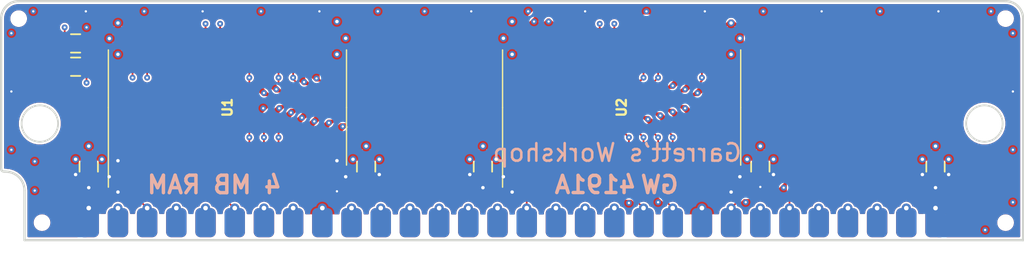
<source format=kicad_pcb>
(kicad_pcb (version 20171130) (host pcbnew "(5.1.10-1-10_14)")
  (layers (0 F.Cu signal) (1 In1.Cu power) (2 In2.Cu signal) (31 B.Cu power) (34 B.Paste user) (35 F.Paste user) (36 B.SilkS user) (37 F.SilkS user) (38 B.Mask user) (39 F.Mask user) (44 Edge.Cuts user))
  (net 0 "")
  (net 1 +5V)
  (net 2 /D0)
  (net 3 /D1)
  (net 4 /~WE~)
  (net 5 /~RAS~)
  (net 6 /~CAS~)
  (net 7 /D2)
  (net 8 /D3)
  (net 9 GND)
  (net 10 /D4)
  (net 11 /D5)
  (net 12 /D6)
  (net 13 /D7)
  (net 14 /QP)
  (net 15 /~CASP~)
  (net 16 /DP)
  (net 17 /1A0)
  (net 18 /1A1)
  (net 19 /1A2)
  (net 20 /1A3)
  (net 21 /1A4)
  (net 22 /1A5)
  (net 23 /1A6)
  (net 24 /1A7)
  (net 25 /1A8)
  (net 26 /1A10)
  (net 27 /1A9)
  (net 28 "Net-(U1-Pad27)")
  (net 29 "Net-(U1-Pad24)")
  (net 30 /1A11)
  (net 31 "Net-(U2-Pad27)")
  (net 32 "Net-(U2-Pad24)")
  (net 33 /~OE~)
  (net 34 "Net-(U1-Pad29)")
  (net 35 "Net-(U1-Pad28)")
  (net 36 "Net-(U1-Pad7)")
  (net 37 "Net-(U1-Pad6)")
  (net 38 "Net-(U1-Pad5)")
  (net 39 "Net-(U1-Pad4)")
  (net 40 "Net-(U2-Pad4)")
  (net 41 "Net-(U2-Pad5)")
  (net 42 "Net-(U2-Pad6)")
  (net 43 "Net-(U2-Pad7)")
  (net 44 "Net-(U2-Pad28)")
  (net 45 "Net-(U2-Pad29)")
  (module stdpads:SOP-32_400mil (layer F.Cu) (at 95.885 90.043 90)
    (fp_text reference U1)
    (fp_text value KM44C16104)
    (fp_text user %R (at 0 0 90) (layer F.SilkS) (effects (font (size 0.8128 0.8128) (thickness 0.2032))))
    (pad 1 smd roundrect (at -6.015 -9.525 90) (size 1.85 0.6) (layers F.Cu F.Paste F.Mask) (net 1 +5V))
    (pad 2 smd roundrect (at -6.015 -8.255 90) (size 1.85 0.6) (layers F.Cu F.Paste F.Mask) (net 2 /D0))
    (pad 3 smd roundrect (at -6.015 -6.985 90) (size 1.85 0.6) (layers F.Cu F.Paste F.Mask) (net 3 /D1))
    (pad 4 smd roundrect (at -6.015 -5.715 90) (size 1.85 0.6) (layers F.Cu F.Paste F.Mask) (net 39 "Net-(U1-Pad4)"))
    (pad 5 smd roundrect (at -6.015 -4.445 90) (size 1.85 0.6) (layers F.Cu F.Paste F.Mask) (net 38 "Net-(U1-Pad5)"))
    (pad 6 smd roundrect (at -6.015 -3.175 90) (size 1.85 0.6) (layers F.Cu F.Paste F.Mask) (net 37 "Net-(U1-Pad6)"))
    (pad 7 smd roundrect (at -6.015 -1.905 90) (size 1.85 0.6) (layers F.Cu F.Paste F.Mask) (net 36 "Net-(U1-Pad7)"))
    (pad 8 smd roundrect (at -6.015 -0.635 90) (size 1.85 0.6) (layers F.Cu F.Paste F.Mask) (net 4 /~WE~))
    (pad 9 smd roundrect (at -6.015 0.635 90) (size 1.85 0.6) (layers F.Cu F.Paste F.Mask) (net 5 /~RAS~))
    (pad 10 smd roundrect (at -6.015 1.905 90) (size 1.85 0.6) (layers F.Cu F.Paste F.Mask) (net 17 /1A0))
    (pad 11 smd roundrect (at -6.015 3.175 90) (size 1.85 0.6) (layers F.Cu F.Paste F.Mask) (net 18 /1A1))
    (pad 12 smd roundrect (at -6.015 4.445 90) (size 1.85 0.6) (layers F.Cu F.Paste F.Mask) (net 19 /1A2))
    (pad 13 smd roundrect (at -6.015 5.715 90) (size 1.85 0.6) (layers F.Cu F.Paste F.Mask) (net 20 /1A3))
    (pad 14 smd roundrect (at -6.015 6.985 90) (size 1.85 0.6) (layers F.Cu F.Paste F.Mask) (net 21 /1A4))
    (pad 15 smd roundrect (at -6.015 8.255 90) (size 1.85 0.6) (layers F.Cu F.Paste F.Mask) (net 22 /1A5))
    (pad 16 smd roundrect (at -6.015 9.525 90) (size 1.85 0.6) (layers F.Cu F.Paste F.Mask) (net 1 +5V))
    (pad 17 smd roundrect (at 6.015 9.525 90) (size 1.85 0.6) (layers F.Cu F.Paste F.Mask) (net 9 GND))
    (pad 18 smd roundrect (at 6.015 8.255 90) (size 1.85 0.6) (layers F.Cu F.Paste F.Mask) (net 23 /1A6))
    (pad 19 smd roundrect (at 6.015 6.985 90) (size 1.85 0.6) (layers F.Cu F.Paste F.Mask) (net 24 /1A7))
    (pad 20 smd roundrect (at 6.015 5.715 90) (size 1.85 0.6) (layers F.Cu F.Paste F.Mask) (net 25 /1A8))
    (pad 21 smd roundrect (at 6.015 4.445 90) (size 1.85 0.6) (layers F.Cu F.Paste F.Mask) (net 27 /1A9))
    (pad 22 smd roundrect (at 6.015 3.175 90) (size 1.85 0.6) (layers F.Cu F.Paste F.Mask) (net 26 /1A10))
    (pad 23 smd roundrect (at 6.015 1.905 90) (size 1.85 0.6) (layers F.Cu F.Paste F.Mask) (net 30 /1A11))
    (pad 24 smd roundrect (at 6.015 0.635 90) (size 1.85 0.6) (layers F.Cu F.Paste F.Mask) (net 29 "Net-(U1-Pad24)"))
    (pad 25 smd roundrect (at 6.015 -0.635 90) (size 1.85 0.6) (layers F.Cu F.Paste F.Mask) (net 33 /~OE~))
    (pad 26 smd roundrect (at 6.015 -1.905 90) (size 1.85 0.6) (layers F.Cu F.Paste F.Mask) (net 6 /~CAS~))
    (pad 27 smd roundrect (at 6.015 -3.175 90) (size 1.85 0.6) (layers F.Cu F.Paste F.Mask) (net 28 "Net-(U1-Pad27)"))
    (pad 28 smd roundrect (at 6.015 -4.445 90) (size 1.85 0.6) (layers F.Cu F.Paste F.Mask) (net 35 "Net-(U1-Pad28)"))
    (pad 29 smd roundrect (at 6.015 -5.715 90) (size 1.85 0.6) (layers F.Cu F.Paste F.Mask) (net 34 "Net-(U1-Pad29)"))
    (pad 30 smd roundrect (at 6.015 -6.985 90) (size 1.85 0.6) (layers F.Cu F.Paste F.Mask) (net 7 /D2))
    (pad 31 smd roundrect (at 6.015 -8.255 90) (size 1.85 0.6) (layers F.Cu F.Paste F.Mask) (net 8 /D3))
    (pad 32 smd roundrect (at 6.015 -9.525 90) (size 1.85 0.6) (layers F.Cu F.Paste F.Mask) (net 9 GND))
  )
  (module stdpads:SOP-32_400mil (layer F.Cu) (at 130.175 90.043 90)
    (fp_text reference U2)
    (fp_text value KM44C16104)
    (fp_text user %R (at 0 0 90) (layer F.SilkS) (effects (font (size 0.8128 0.8128) (thickness 0.2032))))
    (pad 1 smd roundrect (at -6.015 -9.525 90) (size 1.85 0.6) (layers F.Cu F.Paste F.Mask) (net 1 +5V))
    (pad 2 smd roundrect (at -6.015 -8.255 90) (size 1.85 0.6) (layers F.Cu F.Paste F.Mask) (net 10 /D4))
    (pad 3 smd roundrect (at -6.015 -6.985 90) (size 1.85 0.6) (layers F.Cu F.Paste F.Mask) (net 11 /D5))
    (pad 4 smd roundrect (at -6.015 -5.715 90) (size 1.85 0.6) (layers F.Cu F.Paste F.Mask) (net 40 "Net-(U2-Pad4)"))
    (pad 5 smd roundrect (at -6.015 -4.445 90) (size 1.85 0.6) (layers F.Cu F.Paste F.Mask) (net 41 "Net-(U2-Pad5)"))
    (pad 6 smd roundrect (at -6.015 -3.175 90) (size 1.85 0.6) (layers F.Cu F.Paste F.Mask) (net 42 "Net-(U2-Pad6)"))
    (pad 7 smd roundrect (at -6.015 -1.905 90) (size 1.85 0.6) (layers F.Cu F.Paste F.Mask) (net 43 "Net-(U2-Pad7)"))
    (pad 8 smd roundrect (at -6.015 -0.635 90) (size 1.85 0.6) (layers F.Cu F.Paste F.Mask) (net 4 /~WE~))
    (pad 9 smd roundrect (at -6.015 0.635 90) (size 1.85 0.6) (layers F.Cu F.Paste F.Mask) (net 5 /~RAS~))
    (pad 10 smd roundrect (at -6.015 1.905 90) (size 1.85 0.6) (layers F.Cu F.Paste F.Mask) (net 22 /1A5))
    (pad 11 smd roundrect (at -6.015 3.175 90) (size 1.85 0.6) (layers F.Cu F.Paste F.Mask) (net 21 /1A4))
    (pad 12 smd roundrect (at -6.015 4.445 90) (size 1.85 0.6) (layers F.Cu F.Paste F.Mask) (net 20 /1A3))
    (pad 13 smd roundrect (at -6.015 5.715 90) (size 1.85 0.6) (layers F.Cu F.Paste F.Mask) (net 19 /1A2))
    (pad 14 smd roundrect (at -6.015 6.985 90) (size 1.85 0.6) (layers F.Cu F.Paste F.Mask) (net 18 /1A1))
    (pad 15 smd roundrect (at -6.015 8.255 90) (size 1.85 0.6) (layers F.Cu F.Paste F.Mask) (net 17 /1A0))
    (pad 16 smd roundrect (at -6.015 9.525 90) (size 1.85 0.6) (layers F.Cu F.Paste F.Mask) (net 1 +5V))
    (pad 17 smd roundrect (at 6.015 9.525 90) (size 1.85 0.6) (layers F.Cu F.Paste F.Mask) (net 9 GND))
    (pad 18 smd roundrect (at 6.015 8.255 90) (size 1.85 0.6) (layers F.Cu F.Paste F.Mask) (net 30 /1A11))
    (pad 19 smd roundrect (at 6.015 6.985 90) (size 1.85 0.6) (layers F.Cu F.Paste F.Mask) (net 26 /1A10))
    (pad 20 smd roundrect (at 6.015 5.715 90) (size 1.85 0.6) (layers F.Cu F.Paste F.Mask) (net 27 /1A9))
    (pad 21 smd roundrect (at 6.015 4.445 90) (size 1.85 0.6) (layers F.Cu F.Paste F.Mask) (net 25 /1A8))
    (pad 22 smd roundrect (at 6.015 3.175 90) (size 1.85 0.6) (layers F.Cu F.Paste F.Mask) (net 24 /1A7))
    (pad 23 smd roundrect (at 6.015 1.905 90) (size 1.85 0.6) (layers F.Cu F.Paste F.Mask) (net 23 /1A6))
    (pad 24 smd roundrect (at 6.015 0.635 90) (size 1.85 0.6) (layers F.Cu F.Paste F.Mask) (net 32 "Net-(U2-Pad24)"))
    (pad 25 smd roundrect (at 6.015 -0.635 90) (size 1.85 0.6) (layers F.Cu F.Paste F.Mask) (net 33 /~OE~))
    (pad 26 smd roundrect (at 6.015 -1.905 90) (size 1.85 0.6) (layers F.Cu F.Paste F.Mask) (net 6 /~CAS~))
    (pad 27 smd roundrect (at 6.015 -3.175 90) (size 1.85 0.6) (layers F.Cu F.Paste F.Mask) (net 31 "Net-(U2-Pad27)"))
    (pad 28 smd roundrect (at 6.015 -4.445 90) (size 1.85 0.6) (layers F.Cu F.Paste F.Mask) (net 44 "Net-(U2-Pad28)"))
    (pad 29 smd roundrect (at 6.015 -5.715 90) (size 1.85 0.6) (layers F.Cu F.Paste F.Mask) (net 45 "Net-(U2-Pad29)"))
    (pad 30 smd roundrect (at 6.015 -6.985 90) (size 1.85 0.6) (layers F.Cu F.Paste F.Mask) (net 12 /D6))
    (pad 31 smd roundrect (at 6.015 -8.255 90) (size 1.85 0.6) (layers F.Cu F.Paste F.Mask) (net 13 /D7))
    (pad 32 smd roundrect (at 6.015 -9.525 90) (size 1.85 0.6) (layers F.Cu F.Paste F.Mask) (net 9 GND))
  )
  (module stdpads:PasteHole_1.152mm_NPTH (layer F.Cu) (at 163.576 100.076)
    (fp_text reference H3)
    (fp_text value MountingHole hide)
    (pad "" np_thru_hole circle (at 0 0) (size 1.152 1.152) (drill 1.152) (layers *.Cu *.Mask))
  )
  (module stdpads:PasteHole_1.152mm_NPTH (layer F.Cu) (at 79.756 100.076)
    (fp_text reference H4)
    (fp_text value MountingHole hide)
    (pad "" np_thru_hole circle (at 0 0) (size 1.152 1.152) (drill 1.152) (layers *.Cu *.Mask))
  )
  (module stdpads:PasteHole_1.152mm_NPTH (layer F.Cu) (at 163.576 82.296)
    (fp_text reference H2)
    (fp_text value MountingHole hide)
    (pad "" np_thru_hole circle (at 0 0) (size 1.152 1.152) (drill 1.152) (layers *.Cu *.Mask))
  )
  (module stdpads:SIMM-30_Edge (layer F.Cu) (at 120.65 99.822)
    (fp_text reference J1)
    (fp_text value DRAM-SIMM-30)
    (pad 1 smd roundrect (at -36.83 0.254) (size 1.778 2.54) (layers B.Cu B.Mask) (net 1 +5V))
    (pad 1 smd roundrect (at -36.83 0.254) (size 1.778 2.54) (layers F.Cu F.Mask) (net 1 +5V))
    (pad 2 smd roundrect (at -34.29 0.254) (size 1.778 2.54) (layers B.Cu B.Mask) (net 6 /~CAS~))
    (pad 3 smd roundrect (at -31.75 0.254) (size 1.778 2.54) (layers B.Cu B.Mask) (net 2 /D0))
    (pad 4 smd roundrect (at -29.21 0.254) (size 1.778 2.54) (layers B.Cu B.Mask) (net 17 /1A0))
    (pad 5 smd roundrect (at -26.67 0.254) (size 1.778 2.54) (layers B.Cu B.Mask) (net 18 /1A1))
    (pad 6 smd roundrect (at -24.13 0.254) (size 1.778 2.54) (layers B.Cu B.Mask) (net 3 /D1))
    (pad 7 smd roundrect (at -21.59 0.254) (size 1.778 2.54) (layers B.Cu B.Mask) (net 19 /1A2))
    (pad 8 smd roundrect (at -19.05 0.254) (size 1.778 2.54) (layers B.Cu B.Mask) (net 30 /1A11))
    (pad 9 smd roundrect (at -16.51 0.254) (size 1.778 2.54) (layers B.Cu B.Mask) (net 9 GND))
    (pad 10 smd roundrect (at -13.97 0.254) (size 1.778 2.54) (layers B.Cu B.Mask) (net 7 /D2))
    (pad 11 smd roundrect (at -11.43 0.254) (size 1.778 2.54) (layers B.Cu B.Mask) (net 27 /1A9))
    (pad 12 smd roundrect (at -8.89 0.254) (size 1.778 2.54) (layers B.Cu B.Mask) (net 25 /1A8))
    (pad 13 smd roundrect (at -6.35 0.254) (size 1.778 2.54) (layers B.Cu B.Mask) (net 8 /D3))
    (pad 14 smd roundrect (at -3.81 0.254) (size 1.778 2.54) (layers B.Cu B.Mask) (net 23 /1A6))
    (pad 15 smd roundrect (at -1.27 0.254) (size 1.778 2.54) (layers B.Cu B.Mask) (net 24 /1A7))
    (pad 16 smd roundrect (at 1.27 0.254) (size 1.778 2.54) (layers B.Cu B.Mask) (net 10 /D4))
    (pad 17 smd roundrect (at 3.81 0.254) (size 1.778 2.54) (layers B.Cu B.Mask) (net 26 /1A10))
    (pad 18 smd roundrect (at 6.35 0.254) (size 1.778 2.54) (layers B.Cu B.Mask) (net 22 /1A5))
    (pad 19 smd roundrect (at 8.89 0.254) (size 1.778 2.54) (layers B.Cu B.Mask) (net 21 /1A4))
    (pad 20 smd roundrect (at 11.43 0.254) (size 1.778 2.54) (layers B.Cu B.Mask) (net 11 /D5))
    (pad 21 smd roundrect (at 13.97 0.254) (size 1.778 2.54) (layers B.Cu B.Mask) (net 4 /~WE~))
    (pad 22 smd roundrect (at 16.51 0.254) (size 1.778 2.54) (layers B.Cu B.Mask) (net 9 GND))
    (pad 23 smd roundrect (at 19.05 0.254) (size 1.778 2.54) (layers B.Cu B.Mask) (net 12 /D6))
    (pad 24 smd roundrect (at 21.59 0.254) (size 1.778 2.54) (layers B.Cu B.Mask) (net 20 /1A3))
    (pad 25 smd roundrect (at 24.13 0.254) (size 1.778 2.54) (layers B.Cu B.Mask) (net 13 /D7))
    (pad 26 smd roundrect (at 26.67 0.254) (size 1.778 2.54) (layers B.Cu B.Mask) (net 14 /QP))
    (pad 27 smd roundrect (at 29.21 0.254) (size 1.778 2.54) (layers B.Cu B.Mask) (net 5 /~RAS~))
    (pad 28 smd roundrect (at 31.75 0.254) (size 1.778 2.54) (layers B.Cu B.Mask) (net 15 /~CASP~))
    (pad 29 smd roundrect (at 34.29 0.254) (size 1.778 2.54) (layers B.Cu B.Mask) (net 16 /DP))
    (pad 30 smd roundrect (at 36.83 0.254) (size 1.778 2.54) (layers B.Cu B.Mask) (net 1 +5V))
    (pad 2 smd roundrect (at -34.29 0.254) (size 1.778 2.54) (layers F.Cu F.Mask) (net 6 /~CAS~))
    (pad 3 thru_hole circle (at -31.75 -1.016) (size 0.8 0.8) (drill 0.4) (layers *.Cu *.Mask) (net 2 /D0))
    (pad 11 smd roundrect (at -11.43 0.254) (size 1.778 2.54) (layers F.Cu F.Mask) (net 27 /1A9))
    (pad 5 smd roundrect (at -26.67 0.254) (size 1.778 2.54) (layers F.Cu F.Mask) (net 18 /1A1))
    (pad 12 smd roundrect (at -8.89 0.254) (size 1.778 2.54) (layers F.Cu F.Mask) (net 25 /1A8))
    (pad 26 smd roundrect (at 26.67 0.254) (size 1.778 2.54) (layers F.Cu F.Mask) (net 14 /QP))
    (pad 13 smd roundrect (at -6.35 0.254) (size 1.778 2.54) (layers F.Cu F.Mask) (net 8 /D3))
    (pad 14 smd roundrect (at -3.81 0.254) (size 1.778 2.54) (layers F.Cu F.Mask) (net 23 /1A6))
    (pad 4 smd roundrect (at -29.21 0.254) (size 1.778 2.54) (layers F.Cu F.Mask) (net 17 /1A0))
    (pad 29 smd roundrect (at 34.29 0.254) (size 1.778 2.54) (layers F.Cu F.Mask) (net 16 /DP))
    (pad 3 smd roundrect (at -31.75 0.254) (size 1.778 2.54) (layers F.Cu F.Mask) (net 2 /D0))
    (pad 24 smd roundrect (at 21.59 0.254) (size 1.778 2.54) (layers F.Cu F.Mask) (net 20 /1A3))
    (pad 16 smd roundrect (at 1.27 0.254) (size 1.778 2.54) (layers F.Cu F.Mask) (net 10 /D4))
    (pad 20 smd roundrect (at 11.43 0.254) (size 1.778 2.54) (layers F.Cu F.Mask) (net 11 /D5))
    (pad 23 smd roundrect (at 19.05 0.254) (size 1.778 2.54) (layers F.Cu F.Mask) (net 12 /D6))
    (pad 9 smd roundrect (at -16.51 0.254) (size 1.778 2.54) (layers F.Cu F.Mask) (net 9 GND))
    (pad 18 smd roundrect (at 6.35 0.254) (size 1.778 2.54) (layers F.Cu F.Mask) (net 22 /1A5))
    (pad 21 smd roundrect (at 13.97 0.254) (size 1.778 2.54) (layers F.Cu F.Mask) (net 4 /~WE~))
    (pad 19 smd roundrect (at 8.89 0.254) (size 1.778 2.54) (layers F.Cu F.Mask) (net 21 /1A4))
    (pad 10 smd roundrect (at -13.97 0.254) (size 1.778 2.54) (layers F.Cu F.Mask) (net 7 /D2))
    (pad 22 smd roundrect (at 16.51 0.254) (size 1.778 2.54) (layers F.Cu F.Mask) (net 9 GND))
    (pad 6 smd roundrect (at -24.13 0.254) (size 1.778 2.54) (layers F.Cu F.Mask) (net 3 /D1))
    (pad 17 smd roundrect (at 3.81 0.254) (size 1.778 2.54) (layers F.Cu F.Mask) (net 26 /1A10))
    (pad 7 smd roundrect (at -21.59 0.254) (size 1.778 2.54) (layers F.Cu F.Mask) (net 19 /1A2))
    (pad 8 smd roundrect (at -19.05 0.254) (size 1.778 2.54) (layers F.Cu F.Mask) (net 30 /1A11))
    (pad 27 smd roundrect (at 29.21 0.254) (size 1.778 2.54) (layers F.Cu F.Mask) (net 5 /~RAS~))
    (pad 28 smd roundrect (at 31.75 0.254) (size 1.778 2.54) (layers F.Cu F.Mask) (net 15 /~CASP~))
    (pad 30 smd roundrect (at 36.83 0.254) (size 1.778 2.54) (layers F.Cu F.Mask) (net 1 +5V))
    (pad 15 smd roundrect (at -1.27 0.254) (size 1.778 2.54) (layers F.Cu F.Mask) (net 24 /1A7))
    (pad 25 smd roundrect (at 24.13 0.254) (size 1.778 2.54) (layers F.Cu F.Mask) (net 13 /D7))
    (pad 2 thru_hole circle (at -34.29 -1.016) (size 0.8 0.8) (drill 0.4) (layers *.Cu *.Mask) (net 6 /~CAS~))
    (pad 1 thru_hole circle (at -36.83 -1.016) (size 0.8 0.8) (drill 0.4) (layers *.Cu *.Mask) (net 1 +5V))
    (pad 5 thru_hole circle (at -26.67 -1.016) (size 0.8 0.8) (drill 0.4) (layers *.Cu *.Mask) (net 18 /1A1))
    (pad 4 thru_hole circle (at -29.21 -1.016) (size 0.8 0.8) (drill 0.4) (layers *.Cu *.Mask) (net 17 /1A0))
    (pad 6 thru_hole circle (at -24.13 -1.016) (size 0.8 0.8) (drill 0.4) (layers *.Cu *.Mask) (net 3 /D1))
    (pad 7 thru_hole circle (at -21.59 -1.016) (size 0.8 0.8) (drill 0.4) (layers *.Cu *.Mask) (net 19 /1A2))
    (pad 9 thru_hole circle (at -16.51 -1.016) (size 0.8 0.8) (drill 0.4) (layers *.Cu *.Mask) (net 9 GND))
    (pad 8 thru_hole circle (at -19.05 -1.016) (size 0.8 0.8) (drill 0.4) (layers *.Cu *.Mask) (net 30 /1A11))
    (pad 11 thru_hole circle (at -11.43 -1.016) (size 0.8 0.8) (drill 0.4) (layers *.Cu *.Mask) (net 27 /1A9))
    (pad 10 thru_hole circle (at -13.97 -1.016) (size 0.8 0.8) (drill 0.4) (layers *.Cu *.Mask) (net 7 /D2))
    (pad 12 thru_hole circle (at -8.89 -1.016) (size 0.8 0.8) (drill 0.4) (layers *.Cu *.Mask) (net 25 /1A8))
    (pad 14 thru_hole circle (at -3.81 -1.016) (size 0.8 0.8) (drill 0.4) (layers *.Cu *.Mask) (net 23 /1A6))
    (pad 13 thru_hole circle (at -6.35 -1.016) (size 0.8 0.8) (drill 0.4) (layers *.Cu *.Mask) (net 8 /D3))
    (pad 15 thru_hole circle (at -1.27 -1.016) (size 0.8 0.8) (drill 0.4) (layers *.Cu *.Mask) (net 24 /1A7))
    (pad 17 thru_hole circle (at 3.81 -1.016) (size 0.8 0.8) (drill 0.4) (layers *.Cu *.Mask) (net 26 /1A10))
    (pad 16 thru_hole circle (at 1.27 -1.016) (size 0.8 0.8) (drill 0.4) (layers *.Cu *.Mask) (net 10 /D4))
    (pad 18 thru_hole circle (at 6.35 -1.016) (size 0.8 0.8) (drill 0.4) (layers *.Cu *.Mask) (net 22 /1A5))
    (pad 27 thru_hole circle (at 29.21 -1.016) (size 0.8 0.8) (drill 0.4) (layers *.Cu *.Mask) (net 5 /~RAS~))
    (pad 26 thru_hole circle (at 26.67 -1.016) (size 0.8 0.8) (drill 0.4) (layers *.Cu *.Mask) (net 14 /QP))
    (pad 28 thru_hole circle (at 31.75 -1.016) (size 0.8 0.8) (drill 0.4) (layers *.Cu *.Mask) (net 15 /~CASP~))
    (pad 21 thru_hole circle (at 13.97 -1.016) (size 0.8 0.8) (drill 0.4) (layers *.Cu *.Mask) (net 4 /~WE~))
    (pad 20 thru_hole circle (at 11.43 -1.016) (size 0.8 0.8) (drill 0.4) (layers *.Cu *.Mask) (net 11 /D5))
    (pad 22 thru_hole circle (at 16.51 -1.016) (size 0.8 0.8) (drill 0.4) (layers *.Cu *.Mask) (net 9 GND))
    (pad 24 thru_hole circle (at 21.59 -1.016) (size 0.8 0.8) (drill 0.4) (layers *.Cu *.Mask) (net 20 /1A3))
    (pad 23 thru_hole circle (at 19.05 -1.016) (size 0.8 0.8) (drill 0.4) (layers *.Cu *.Mask) (net 12 /D6))
    (pad 25 thru_hole circle (at 24.13 -1.016) (size 0.8 0.8) (drill 0.4) (layers *.Cu *.Mask) (net 13 /D7))
    (pad 19 thru_hole circle (at 8.89 -1.016) (size 0.8 0.8) (drill 0.4) (layers *.Cu *.Mask) (net 21 /1A4))
    (pad 29 thru_hole circle (at 34.29 -1.016) (size 0.8 0.8) (drill 0.4) (layers *.Cu *.Mask) (net 16 /DP))
    (pad 30 thru_hole circle (at 36.83 -1.016) (size 0.8 0.8) (drill 0.4) (layers *.Cu *.Mask) (net 1 +5V))
  )
  (module stdpads:C_0805 (layer F.Cu) (at 118.11 95.2255 90)
    (fp_text reference C3)
    (fp_text value 100n)
    (pad 2 smd roundrect (at 0.85 0 90) (size 1.05 1.4) (layers F.Cu F.Paste F.Mask) (net 9 GND))
    (pad 1 smd roundrect (at -0.85 0 90) (size 1.05 1.4) (layers F.Cu F.Paste F.Mask) (net 1 +5V))
  )
  (module stdpads:C_0805 (layer F.Cu) (at 107.95 95.2255 90)
    (fp_text reference C2)
    (fp_text value 100n)
    (pad 1 smd roundrect (at -0.85 0 90) (size 1.05 1.4) (layers F.Cu F.Paste F.Mask) (net 1 +5V))
    (pad 2 smd roundrect (at 0.85 0 90) (size 1.05 1.4) (layers F.Cu F.Paste F.Mask) (net 9 GND))
  )
  (module stdpads:C_0805 (layer F.Cu) (at 142.24 95.2255 90)
    (fp_text reference C4)
    (fp_text value 100n)
    (pad 1 smd roundrect (at -0.85 0 90) (size 1.05 1.4) (layers F.Cu F.Paste F.Mask) (net 1 +5V))
    (pad 2 smd roundrect (at 0.85 0 90) (size 1.05 1.4) (layers F.Cu F.Paste F.Mask) (net 9 GND))
  )
  (module stdpads:C_0805 (layer F.Cu) (at 83.82 95.2255 90)
    (fp_text reference C1)
    (fp_text value 100n)
    (pad 2 smd roundrect (at 0.85 0 90) (size 1.05 1.4) (layers F.Cu F.Paste F.Mask) (net 9 GND))
    (pad 1 smd roundrect (at -0.85 0 90) (size 1.05 1.4) (layers F.Cu F.Paste F.Mask) (net 1 +5V))
  )
  (module stdpads:C_0805 (layer F.Cu) (at 157.48 95.2255 90)
    (fp_text reference C5)
    (fp_text value 100n)
    (pad 1 smd roundrect (at -0.85 0 90) (size 1.05 1.4) (layers F.Cu F.Paste F.Mask) (net 1 +5V))
    (pad 2 smd roundrect (at 0.85 0 90) (size 1.05 1.4) (layers F.Cu F.Paste F.Mask) (net 9 GND))
  )
  (module stdpads:R_0805 (layer F.Cu) (at 82.677 86.487 180)
    (fp_text reference R1)
    (fp_text value EDO)
    (pad 2 smd roundrect (at 0.95 0 180) (size 0.85 1.4) (layers F.Cu F.Paste F.Mask) (net 33 /~OE~))
    (pad 1 smd roundrect (at -0.95 0 180) (size 0.85 1.4) (layers F.Cu F.Paste F.Mask) (net 6 /~CAS~))
  )
  (module stdpads:R_0805 (layer F.Cu) (at 82.677 84.455)
    (fp_text reference R2)
    (fp_text value FPM)
    (pad 1 smd roundrect (at -0.95 0) (size 0.85 1.4) (layers F.Cu F.Paste F.Mask) (net 33 /~OE~))
    (pad 2 smd roundrect (at 0.95 0) (size 0.85 1.4) (layers F.Cu F.Paste F.Mask) (net 9 GND))
  )
  (module stdpads:PasteHole_1.152mm_NPTH (layer F.Cu) (at 77.724 82.296)
    (fp_text reference H1)
    (fp_text value MountingHole hide)
    (pad "" np_thru_hole circle (at 0 0) (size 1.152 1.152) (drill 1.152) (layers *.Cu *.Mask))
  )
  (gr_text "4 MB RAM" (at 94.742 96.774) (layer B.SilkS) (effects (font (size 1.524 1.524) (thickness 0.3)) (justify mirror)))
  (gr_text "Garrett’s Workshop" (at 129.794 93.98) (layer B.SilkS) (effects (font (size 1.524 1.524) (thickness 0.225)) (justify mirror)))
  (gr_text 4191A (at 127.889 96.774) (layer B.SilkS) (effects (font (size 1.5 1.5) (thickness 0.3)) (justify mirror)))
  (gr_text GW (at 133.477 96.774) (layer B.SilkS) (effects (font (size 1.5 1.5) (thickness 0.3)) (justify mirror)))
  (gr_arc (start 76.454 95.377) (end 76.2 95.377) (angle -90) (layer Edge.Cuts) (width 0.2))
  (gr_arc (start 77.724 82.296) (end 77.724 80.772) (angle -90) (layer Edge.Cuts) (width 0.2))
  (gr_arc (start 163.576 82.296) (end 165.1 82.296) (angle -90) (layer Edge.Cuts) (width 0.2))
  (gr_line (start 76.581 95.631) (end 76.454 95.631) (layer Edge.Cuts) (width 0.2))
  (gr_line (start 78.232 101.6) (end 78.232 97.282) (layer Edge.Cuts) (width 0.2))
  (gr_circle (center 79.5655 91.44) (end 77.978 91.44) (layer Edge.Cuts) (width 0.15))
  (gr_circle (center 161.7345 91.44) (end 163.322 91.44) (layer Edge.Cuts) (width 0.15))
  (gr_line (start 76.2 95.377) (end 76.2 82.296) (layer Edge.Cuts) (width 0.2))
  (gr_arc (start 76.581 97.282) (end 78.232 97.282) (angle -90) (layer Edge.Cuts) (width 0.2))
  (gr_line (start 165.1 82.296) (end 165.1 101.6) (layer Edge.Cuts) (width 0.2))
  (gr_line (start 77.724 80.772) (end 163.576 80.772) (layer Edge.Cuts) (width 0.2))
  (gr_line (start 165.1 101.6) (end 78.232 101.6) (layer Edge.Cuts) (width 0.2))
  (via (at 83.82 97.028) (size 0.6) (drill 0.3) (layers F.Cu B.Cu) (net 1))
  (segment (start 83.82 96.0755) (end 83.82 97.028) (width 0.6) (layer F.Cu) (net 1))
  (segment (start 143.1925 96.0755) (end 143.383 95.885) (width 0.6) (layer F.Cu) (net 1))
  (via (at 143.383 95.885) (size 0.6) (drill 0.3) (layers F.Cu B.Cu) (net 1))
  (segment (start 142.24 96.0755) (end 143.1925 96.0755) (width 0.6) (layer F.Cu) (net 1))
  (via (at 82.677 95.885) (size 0.6) (drill 0.3) (layers F.Cu B.Cu) (net 1))
  (segment (start 82.8675 96.0755) (end 82.677 95.885) (width 0.6) (layer F.Cu) (net 1))
  (segment (start 83.82 96.0755) (end 82.8675 96.0755) (width 0.6) (layer F.Cu) (net 1))
  (via (at 156.337 95.885) (size 0.6) (drill 0.3) (layers F.Cu B.Cu) (net 1))
  (segment (start 156.5275 96.0755) (end 156.337 95.885) (width 0.6) (layer F.Cu) (net 1))
  (segment (start 157.48 96.0755) (end 156.5275 96.0755) (width 0.6) (layer F.Cu) (net 1))
  (via (at 158.623 95.885) (size 0.6) (drill 0.3) (layers F.Cu B.Cu) (net 1))
  (segment (start 158.4325 96.0755) (end 158.623 95.885) (width 0.6) (layer F.Cu) (net 1))
  (segment (start 157.48 96.0755) (end 158.4325 96.0755) (width 0.6) (layer F.Cu) (net 1))
  (via (at 157.48 97.028) (size 0.6) (drill 0.3) (layers F.Cu B.Cu) (net 1))
  (segment (start 157.48 96.0755) (end 157.48 97.028) (width 0.6) (layer F.Cu) (net 1))
  (via (at 109.093 95.885) (size 0.6) (drill 0.3) (layers F.Cu B.Cu) (net 1))
  (segment (start 107.95 96.0755) (end 108.9025 96.0755) (width 0.6) (layer F.Cu) (net 1))
  (segment (start 108.9025 96.0755) (end 109.093 95.885) (width 0.6) (layer F.Cu) (net 1))
  (segment (start 118.11 96.0755) (end 118.11 97.028) (width 0.6) (layer F.Cu) (net 1))
  (via (at 118.11 97.028) (size 0.6) (drill 0.3) (layers F.Cu B.Cu) (net 1))
  (via (at 116.967 95.885) (size 0.6) (drill 0.3) (layers F.Cu B.Cu) (net 1))
  (segment (start 118.11 96.0755) (end 117.1575 96.0755) (width 0.6) (layer F.Cu) (net 1))
  (segment (start 117.1575 96.0755) (end 116.967 95.885) (width 0.6) (layer F.Cu) (net 1))
  (via (at 105.41 94.6785) (size 0.6) (drill 0.3) (layers F.Cu B.Cu) (net 1))
  (segment (start 105.41 96.058) (end 105.41 94.6785) (width 0.6) (layer F.Cu) (net 1))
  (via (at 106.172 96.0755) (size 0.6) (drill 0.3) (layers F.Cu B.Cu) (net 1))
  (segment (start 106.1545 96.058) (end 106.172 96.0755) (width 0.6) (layer F.Cu) (net 1))
  (segment (start 105.41 96.058) (end 106.1545 96.058) (width 0.6) (layer F.Cu) (net 1))
  (via (at 86.36 94.6785) (size 0.6) (drill 0.3) (layers F.Cu B.Cu) (net 1))
  (segment (start 86.36 96.058) (end 86.36 94.6785) (width 0.6) (layer F.Cu) (net 1))
  (via (at 86.36 97.409) (size 0.6) (drill 0.3) (layers F.Cu B.Cu) (net 1))
  (segment (start 86.36 96.058) (end 86.36 97.409) (width 0.6) (layer F.Cu) (net 1))
  (via (at 85.598 96.0755) (size 0.6) (drill 0.3) (layers F.Cu B.Cu) (net 1))
  (segment (start 85.6155 96.058) (end 85.598 96.0755) (width 0.6) (layer F.Cu) (net 1))
  (segment (start 86.36 96.058) (end 85.6155 96.058) (width 0.6) (layer F.Cu) (net 1))
  (via (at 120.65 97.409) (size 0.6) (drill 0.3) (layers F.Cu B.Cu) (net 1))
  (segment (start 120.65 96.058) (end 120.65 97.409) (width 0.6) (layer F.Cu) (net 1))
  (via (at 139.7 97.409) (size 0.6) (drill 0.3) (layers F.Cu B.Cu) (net 1))
  (segment (start 139.7 96.058) (end 139.7 97.409) (width 0.6) (layer F.Cu) (net 1))
  (via (at 140.462 96.0755) (size 0.6) (drill 0.3) (layers F.Cu B.Cu) (net 1))
  (segment (start 140.4445 96.058) (end 140.462 96.0755) (width 0.6) (layer F.Cu) (net 1))
  (segment (start 139.7 96.058) (end 140.4445 96.058) (width 0.6) (layer F.Cu) (net 1))
  (via (at 105.41 97.3455) (size 0.508) (drill 0.2) (layers F.Cu B.Cu) (net 1))
  (segment (start 105.41 96.058) (end 105.41 97.3455) (width 0.508) (layer F.Cu) (net 1))
  (segment (start 83.82 96.0755) (end 85.598 96.0755) (width 0.6) (layer F.Cu) (net 1))
  (segment (start 107.95 96.0755) (end 106.172 96.0755) (width 0.6) (layer F.Cu) (net 1))
  (via (at 119.888 96.0755) (size 0.6) (drill 0.3) (layers F.Cu B.Cu) (net 1))
  (segment (start 119.9055 96.058) (end 119.888 96.0755) (width 0.6) (layer F.Cu) (net 1))
  (segment (start 120.65 96.058) (end 119.9055 96.058) (width 0.6) (layer F.Cu) (net 1))
  (segment (start 119.888 96.0755) (end 118.11 96.0755) (width 0.6) (layer F.Cu) (net 1))
  (segment (start 140.462 96.0755) (end 142.24 96.0755) (width 0.6) (layer F.Cu) (net 1))
  (segment (start 83.82 97.028) (end 83.82 98.806) (width 0.6) (layer F.Cu) (net 1))
  (via (at 77.089 88.646) (size 0.508) (drill 0.2) (layers F.Cu B.Cu) (net 1))
  (via (at 164.211 88.646) (size 0.508) (drill 0.2) (layers F.Cu B.Cu) (net 1))
  (via (at 157.734 81.661) (size 0.508) (drill 0.2) (layers F.Cu B.Cu) (net 1))
  (via (at 147.574 81.661) (size 0.508) (drill 0.2) (layers F.Cu B.Cu) (net 1))
  (via (at 137.414 81.661) (size 0.508) (drill 0.2) (layers F.Cu B.Cu) (net 1))
  (via (at 127 81.661) (size 0.508) (drill 0.2) (layers F.Cu B.Cu) (net 1))
  (via (at 117.094 81.661) (size 0.508) (drill 0.2) (layers F.Cu B.Cu) (net 1))
  (via (at 83.566 81.661) (size 0.508) (drill 0.2) (layers F.Cu B.Cu) (net 1))
  (via (at 93.726 81.661) (size 0.508) (drill 0.2) (layers F.Cu B.Cu) (net 1))
  (via (at 103.886 81.661) (size 0.508) (drill 0.2) (layers F.Cu B.Cu) (net 1))
  (via (at 142.24 96.9645) (size 0.508) (drill 0.2) (layers F.Cu B.Cu) (net 1))
  (segment (start 142.24 96.0755) (end 142.24 96.9645) (width 0.508) (layer F.Cu) (net 1))
  (segment (start 88.9 100.076) (end 88.9 98.806) (width 0.1524) (layer F.Cu) (net 2))
  (segment (start 87.63 97.536) (end 88.9 98.806) (width 0.1524) (layer F.Cu) (net 2))
  (segment (start 87.63 96.058) (end 87.63 97.536) (width 0.1524) (layer F.Cu) (net 2))
  (segment (start 96.52 100.076) (end 96.52 98.552) (width 0.1524) (layer F.Cu) (net 3))
  (segment (start 96.4565 98.806) (end 96.52 98.806) (width 0.1524) (layer F.Cu) (net 3))
  (segment (start 95.3135 97.663) (end 96.4565 98.806) (width 0.1524) (layer F.Cu) (net 3))
  (segment (start 89.408 97.663) (end 95.3135 97.663) (width 0.1524) (layer F.Cu) (net 3))
  (segment (start 88.9 97.155) (end 89.408 97.663) (width 0.1524) (layer F.Cu) (net 3))
  (segment (start 88.9 96.058) (end 88.9 97.155) (width 0.1524) (layer F.Cu) (net 3))
  (segment (start 129.54 94.996) (end 129.54 97.155) (width 0.1524) (layer F.Cu) (net 4))
  (segment (start 113.88725 92.456) (end 127 92.456) (width 0.1524) (layer F.Cu) (net 4))
  (segment (start 133.35 97.536) (end 134.62 98.806) (width 0.1524) (layer F.Cu) (net 4))
  (segment (start 108.48975 97.8535) (end 113.88725 92.456) (width 0.1524) (layer F.Cu) (net 4))
  (segment (start 129.921 97.536) (end 133.35 97.536) (width 0.1524) (layer F.Cu) (net 4))
  (segment (start 95.9485 97.8535) (end 108.48975 97.8535) (width 0.1524) (layer F.Cu) (net 4))
  (segment (start 129.54 97.155) (end 129.921 97.536) (width 0.1524) (layer F.Cu) (net 4))
  (segment (start 127 92.456) (end 129.54 94.996) (width 0.1524) (layer F.Cu) (net 4))
  (segment (start 95.25 97.155) (end 95.9485 97.8535) (width 0.1524) (layer F.Cu) (net 4))
  (segment (start 95.25 96.693) (end 95.25 97.155) (width 0.1524) (layer F.Cu) (net 4))
  (via (at 130.81 92.6465) (size 0.508) (drill 0.2) (layers F.Cu B.Cu) (net 5))
  (segment (start 130.81 92.6465) (end 130.81 96.058) (width 0.1524) (layer F.Cu) (net 5))
  (segment (start 96.52 97.155) (end 96.52 96.693) (width 0.1524) (layer F.Cu) (net 5))
  (segment (start 96.901 97.536) (end 96.52 97.155) (width 0.1524) (layer F.Cu) (net 5))
  (segment (start 104.648 97.536) (end 96.901 97.536) (width 0.1524) (layer F.Cu) (net 5))
  (segment (start 104.775 97.409) (end 104.648 97.536) (width 0.1524) (layer F.Cu) (net 5))
  (segment (start 104.775 93.5355) (end 104.775 97.409) (width 0.1524) (layer F.Cu) (net 5))
  (segment (start 106.4895 91.821) (end 104.775 93.5355) (width 0.1524) (layer F.Cu) (net 5))
  (segment (start 129.9845 91.821) (end 106.4895 91.821) (width 0.1524) (layer F.Cu) (net 5))
  (segment (start 130.81 92.6465) (end 129.9845 91.821) (width 0.1524) (layer F.Cu) (net 5))
  (segment (start 83.627 87.8815) (end 83.627 86.487) (width 0.1524) (layer F.Cu) (net 6))
  (segment (start 83.6295 87.884) (end 83.627 87.8815) (width 0.1524) (layer F.Cu) (net 6))
  (via (at 83.6295 87.884) (size 0.508) (drill 0.2) (layers F.Cu B.Cu) (net 6))
  (segment (start 128.27 84.028) (end 128.27 82.7405) (width 0.1524) (layer F.Cu) (net 6))
  (via (at 128.27 82.7405) (size 0.508) (drill 0.2) (layers F.Cu B.Cu) (net 6))
  (segment (start 93.98 84.028) (end 93.98 82.7405) (width 0.1524) (layer F.Cu) (net 6))
  (via (at 93.98 82.7405) (size 0.508) (drill 0.2) (layers F.Cu B.Cu) (net 6))
  (via (at 88.9 87.4395) (size 0.508) (drill 0.2) (layers F.Cu B.Cu) (net 7))
  (segment (start 88.9 84.028) (end 88.9 87.4395) (width 0.1524) (layer F.Cu) (net 7))
  (via (at 87.63 87.4395) (size 0.508) (drill 0.2) (layers F.Cu B.Cu) (net 8))
  (segment (start 87.63 84.028) (end 87.63 87.4395) (width 0.1524) (layer F.Cu) (net 8))
  (via (at 132.461 91.059) (size 0.508) (drill 0.2) (layers F.Cu B.Cu) (net 9))
  (via (at 135.6995 88.4555) (size 0.508) (drill 0.2) (layers F.Cu B.Cu) (net 9))
  (via (at 134.62 90.424) (size 0.508) (drill 0.2) (layers F.Cu B.Cu) (net 9))
  (via (at 136.779 88.773) (size 0.508) (drill 0.2) (layers F.Cu B.Cu) (net 9))
  (via (at 133.5405 90.7415) (size 0.508) (drill 0.2) (layers F.Cu B.Cu) (net 9))
  (via (at 135.6995 90.1065) (size 0.508) (drill 0.2) (layers F.Cu B.Cu) (net 9))
  (via (at 134.62 88.138) (size 0.508) (drill 0.2) (layers F.Cu B.Cu) (net 9))
  (via (at 77.089 93.726) (size 0.508) (drill 0.2) (layers F.Cu B.Cu) (net 9))
  (via (at 77.089 83.566) (size 0.508) (drill 0.2) (layers F.Cu B.Cu) (net 9))
  (via (at 162.306 81.661) (size 0.508) (drill 0.2) (layers F.Cu B.Cu) (net 9))
  (via (at 164.211 98.298) (size 0.508) (drill 0.2) (layers F.Cu B.Cu) (net 9))
  (via (at 79.121 94.742) (size 0.508) (drill 0.2) (layers F.Cu B.Cu) (net 9))
  (via (at 141.097 94.5515) (size 0.6) (drill 0.3) (layers F.Cu B.Cu) (net 9))
  (segment (start 141.273 94.3755) (end 141.097 94.5515) (width 0.6) (layer F.Cu) (net 9))
  (segment (start 142.24 94.3755) (end 141.273 94.3755) (width 0.6) (layer F.Cu) (net 9))
  (segment (start 143.207 94.3755) (end 143.383 94.5515) (width 0.6) (layer F.Cu) (net 9))
  (segment (start 142.24 94.3755) (end 143.207 94.3755) (width 0.6) (layer F.Cu) (net 9))
  (via (at 142.24 93.4085) (size 0.6) (drill 0.3) (layers F.Cu B.Cu) (net 9))
  (segment (start 142.24 94.3755) (end 142.24 93.4085) (width 0.6) (layer F.Cu) (net 9))
  (via (at 106.807 94.5515) (size 0.6) (drill 0.3) (layers F.Cu B.Cu) (net 9))
  (segment (start 106.983 94.3755) (end 106.807 94.5515) (width 0.6) (layer F.Cu) (net 9))
  (segment (start 107.95 94.3755) (end 106.983 94.3755) (width 0.6) (layer F.Cu) (net 9))
  (via (at 109.093 94.5515) (size 0.6) (drill 0.3) (layers F.Cu B.Cu) (net 9))
  (segment (start 108.917 94.3755) (end 109.093 94.5515) (width 0.6) (layer F.Cu) (net 9))
  (segment (start 107.95 94.3755) (end 108.917 94.3755) (width 0.6) (layer F.Cu) (net 9))
  (via (at 82.677 94.5515) (size 0.6) (drill 0.3) (layers F.Cu B.Cu) (net 9))
  (segment (start 82.853 94.3755) (end 82.677 94.5515) (width 0.6) (layer F.Cu) (net 9))
  (segment (start 83.82 94.3755) (end 82.853 94.3755) (width 0.6) (layer F.Cu) (net 9))
  (via (at 84.963 94.5515) (size 0.6) (drill 0.3) (layers F.Cu B.Cu) (net 9))
  (segment (start 84.787 94.3755) (end 84.963 94.5515) (width 0.6) (layer F.Cu) (net 9))
  (segment (start 83.82 94.3755) (end 84.787 94.3755) (width 0.6) (layer F.Cu) (net 9))
  (via (at 83.82 93.4085) (size 0.6) (drill 0.3) (layers F.Cu B.Cu) (net 9))
  (segment (start 83.82 94.3755) (end 83.82 93.4085) (width 0.6) (layer F.Cu) (net 9))
  (via (at 158.623 94.5515) (size 0.6) (drill 0.3) (layers F.Cu B.Cu) (net 9))
  (segment (start 158.447 94.3755) (end 158.623 94.5515) (width 0.6) (layer F.Cu) (net 9))
  (segment (start 157.48 94.3755) (end 158.447 94.3755) (width 0.6) (layer F.Cu) (net 9))
  (segment (start 156.513 94.3755) (end 156.337 94.5515) (width 0.6) (layer F.Cu) (net 9))
  (via (at 156.337 94.5515) (size 0.6) (drill 0.3) (layers F.Cu B.Cu) (net 9))
  (segment (start 157.48 94.3755) (end 156.513 94.3755) (width 0.6) (layer F.Cu) (net 9))
  (via (at 157.48 93.4085) (size 0.6) (drill 0.3) (layers F.Cu B.Cu) (net 9))
  (segment (start 157.48 94.3755) (end 157.48 93.4085) (width 0.6) (layer F.Cu) (net 9))
  (segment (start 119.077 94.3755) (end 119.253 94.5515) (width 0.6) (layer F.Cu) (net 9))
  (via (at 119.253 94.5515) (size 0.6) (drill 0.3) (layers F.Cu B.Cu) (net 9))
  (segment (start 118.11 94.3755) (end 119.077 94.3755) (width 0.6) (layer F.Cu) (net 9))
  (via (at 116.967 94.5515) (size 0.6) (drill 0.3) (layers F.Cu B.Cu) (net 9))
  (segment (start 118.11 94.3755) (end 117.143 94.3755) (width 0.6) (layer F.Cu) (net 9))
  (segment (start 117.143 94.3755) (end 116.967 94.5515) (width 0.6) (layer F.Cu) (net 9))
  (via (at 143.383 94.5515) (size 0.6) (drill 0.3) (layers F.Cu B.Cu) (net 9))
  (via (at 107.95 93.4085) (size 0.6) (drill 0.3) (layers F.Cu B.Cu) (net 9))
  (segment (start 107.95 94.3755) (end 107.95 93.4085) (width 0.6) (layer F.Cu) (net 9))
  (via (at 83.6295 83.058) (size 0.508) (drill 0.2) (layers F.Cu B.Cu) (net 9))
  (segment (start 83.627 83.0605) (end 83.6295 83.058) (width 0.1524) (layer F.Cu) (net 9))
  (segment (start 83.627 84.455) (end 83.627 83.0605) (width 0.1524) (layer F.Cu) (net 9))
  (via (at 105.918 91.694) (size 0.508) (drill 0.2) (layers F.Cu B.Cu) (net 9))
  (via (at 122.555 82.55) (size 0.508) (drill 0.2) (layers F.Cu B.Cu) (net 9))
  (via (at 123.825 82.55) (size 0.508) (drill 0.2) (layers F.Cu B.Cu) (net 9))
  (via (at 104.7115 91.3765) (size 0.508) (drill 0.2) (layers F.Cu B.Cu) (net 9))
  (via (at 103.4415 91.2495) (size 0.508) (drill 0.2) (layers F.Cu B.Cu) (net 9))
  (via (at 102.362 90.932) (size 0.508) (drill 0.2) (layers F.Cu B.Cu) (net 9))
  (via (at 101.4095 90.4875) (size 0.508) (drill 0.2) (layers F.Cu B.Cu) (net 9))
  (via (at 100.3935 90.1065) (size 0.508) (drill 0.2) (layers F.Cu B.Cu) (net 9))
  (via (at 99.06 88.773) (size 0.508) (drill 0.2) (layers F.Cu B.Cu) (net 9))
  (via (at 103.632 87.503) (size 0.508) (drill 0.2) (layers F.Cu B.Cu) (net 9))
  (via (at 102.5525 87.8205) (size 0.508) (drill 0.2) (layers F.Cu B.Cu) (net 9))
  (via (at 118.11 93.4085) (size 0.6) (drill 0.3) (layers F.Cu B.Cu) (net 9))
  (segment (start 118.11 94.3755) (end 118.11 93.4085) (width 0.6) (layer F.Cu) (net 9))
  (via (at 86.36 82.677) (size 0.6) (drill 0.3) (layers F.Cu B.Cu) (net 9))
  (segment (start 86.36 84.028) (end 86.36 82.677) (width 0.6) (layer F.Cu) (net 9))
  (via (at 86.36 85.4075) (size 0.6) (drill 0.3) (layers F.Cu B.Cu) (net 9))
  (segment (start 86.36 84.028) (end 86.36 85.4075) (width 0.6) (layer F.Cu) (net 9))
  (via (at 105.41 85.4075) (size 0.6) (drill 0.3) (layers F.Cu B.Cu) (net 9))
  (segment (start 105.41 84.028) (end 105.41 85.4075) (width 0.6) (layer F.Cu) (net 9))
  (via (at 106.172 84.0105) (size 0.6) (drill 0.3) (layers F.Cu B.Cu) (net 9))
  (segment (start 106.1545 84.028) (end 106.172 84.0105) (width 0.6) (layer F.Cu) (net 9))
  (segment (start 105.41 84.028) (end 106.1545 84.028) (width 0.6) (layer F.Cu) (net 9))
  (via (at 119.888 84.0105) (size 0.6) (drill 0.3) (layers F.Cu B.Cu) (net 9))
  (segment (start 119.9055 84.028) (end 119.888 84.0105) (width 0.6) (layer F.Cu) (net 9))
  (segment (start 120.65 84.028) (end 119.9055 84.028) (width 0.6) (layer F.Cu) (net 9))
  (via (at 120.65 85.4075) (size 0.6) (drill 0.3) (layers F.Cu B.Cu) (net 9))
  (segment (start 120.65 84.028) (end 120.65 85.4075) (width 0.6) (layer F.Cu) (net 9))
  (via (at 139.7 82.677) (size 0.6) (drill 0.3) (layers F.Cu B.Cu) (net 9))
  (segment (start 139.7 84.028) (end 139.7 82.677) (width 0.6) (layer F.Cu) (net 9))
  (via (at 139.7 85.4075) (size 0.6) (drill 0.3) (layers F.Cu B.Cu) (net 9))
  (segment (start 139.7 84.028) (end 139.7 85.4075) (width 0.6) (layer F.Cu) (net 9))
  (via (at 140.462 84.0105) (size 0.6) (drill 0.3) (layers F.Cu B.Cu) (net 9))
  (segment (start 140.4445 84.028) (end 140.462 84.0105) (width 0.6) (layer F.Cu) (net 9))
  (segment (start 139.7 84.028) (end 140.4445 84.028) (width 0.6) (layer F.Cu) (net 9))
  (segment (start 120.65 84.028) (end 120.65 82.55) (width 0.6) (layer F.Cu) (net 9))
  (via (at 120.65 82.55) (size 0.6) (drill 0.3) (layers F.Cu B.Cu) (net 9))
  (segment (start 105.41 84.028) (end 105.41 82.55) (width 0.6) (layer F.Cu) (net 9))
  (via (at 105.41 82.55) (size 0.6) (drill 0.3) (layers F.Cu B.Cu) (net 9))
  (segment (start 85.6155 84.028) (end 86.36 84.028) (width 0.6) (layer F.Cu) (net 9))
  (via (at 85.6155 84.028) (size 0.6) (drill 0.3) (layers F.Cu B.Cu) (net 9))
  (via (at 100.1395 88.4555) (size 0.508) (drill 0.2) (layers F.Cu B.Cu) (net 9))
  (via (at 98.9965 90.1065) (size 0.508) (drill 0.2) (layers F.Cu B.Cu) (net 9))
  (via (at 133.35 98.298) (size 0.508) (drill 0.2) (layers F.Cu B.Cu) (net 9))
  (via (at 79.121 97.282) (size 0.508) (drill 0.2) (layers F.Cu B.Cu) (net 9))
  (via (at 161.798 100.711) (size 0.508) (drill 0.2) (layers F.Cu B.Cu) (net 9))
  (via (at 164.211 93.726) (size 0.508) (drill 0.2) (layers F.Cu B.Cu) (net 9))
  (via (at 164.211 83.566) (size 0.508) (drill 0.2) (layers F.Cu B.Cu) (net 9))
  (via (at 152.654 81.661) (size 0.508) (drill 0.2) (layers F.Cu B.Cu) (net 9))
  (via (at 142.494 81.661) (size 0.508) (drill 0.2) (layers F.Cu B.Cu) (net 9))
  (via (at 132.334 81.661) (size 0.508) (drill 0.2) (layers F.Cu B.Cu) (net 9))
  (via (at 122.047 81.661) (size 0.508) (drill 0.2) (layers F.Cu B.Cu) (net 9))
  (via (at 78.994 81.661) (size 0.508) (drill 0.2) (layers F.Cu B.Cu) (net 9))
  (via (at 88.646 81.661) (size 0.508) (drill 0.2) (layers F.Cu B.Cu) (net 9))
  (via (at 98.806 81.661) (size 0.508) (drill 0.2) (layers F.Cu B.Cu) (net 9))
  (via (at 108.966 81.661) (size 0.508) (drill 0.2) (layers F.Cu B.Cu) (net 9))
  (via (at 113.03 81.661) (size 0.508) (drill 0.2) (layers F.Cu B.Cu) (net 9))
  (via (at 144.272 97.028) (size 0.508) (drill 0.2) (layers F.Cu B.Cu) (net 9))
  (via (at 140.97 98.298) (size 0.508) (drill 0.2) (layers F.Cu B.Cu) (net 9))
  (via (at 130.81 98.3615) (size 0.508) (drill 0.2) (layers F.Cu B.Cu) (net 9))
  (segment (start 121.92 96.058) (end 121.92 98.806) (width 0.1524) (layer F.Cu) (net 10))
  (segment (start 129.794 97.8535) (end 131.1275 97.8535) (width 0.1524) (layer F.Cu) (net 11))
  (segment (start 123.571 97.536) (end 129.4765 97.536) (width 0.1524) (layer F.Cu) (net 11))
  (segment (start 131.1275 97.8535) (end 132.08 98.806) (width 0.1524) (layer F.Cu) (net 11))
  (segment (start 129.4765 97.536) (end 129.794 97.8535) (width 0.1524) (layer F.Cu) (net 11))
  (segment (start 123.19 97.155) (end 123.571 97.536) (width 0.1524) (layer F.Cu) (net 11))
  (segment (start 123.19 96.058) (end 123.19 97.155) (width 0.1524) (layer F.Cu) (net 11))
  (segment (start 141.0335 83.2485) (end 141.0335 90.424) (width 0.1524) (layer F.Cu) (net 12))
  (segment (start 144.4625 93.853) (end 144.4625 96.139) (width 0.1524) (layer F.Cu) (net 12))
  (segment (start 140.716 97.79) (end 139.7 98.806) (width 0.1524) (layer F.Cu) (net 12))
  (segment (start 139.47775 82.13725) (end 139.92225 82.13725) (width 0.1524) (layer F.Cu) (net 12))
  (segment (start 144.4625 96.139) (end 142.8115 97.79) (width 0.1524) (layer F.Cu) (net 12))
  (segment (start 139.1285 82.4865) (end 139.47775 82.13725) (width 0.1524) (layer F.Cu) (net 12))
  (segment (start 123.19 82.4865) (end 123.6345 82.042) (width 0.1524) (layer F.Cu) (net 12))
  (segment (start 139.92225 82.13725) (end 141.0335 83.2485) (width 0.1524) (layer F.Cu) (net 12))
  (segment (start 141.0335 90.424) (end 144.4625 93.853) (width 0.1524) (layer F.Cu) (net 12))
  (segment (start 129.921 81.915) (end 130.4925 82.4865) (width 0.1524) (layer F.Cu) (net 12))
  (segment (start 142.8115 97.79) (end 140.716 97.79) (width 0.1524) (layer F.Cu) (net 12))
  (segment (start 124.46 82.4865) (end 127.3175 82.4865) (width 0.1524) (layer F.Cu) (net 12))
  (segment (start 127.889 81.915) (end 129.921 81.915) (width 0.1524) (layer F.Cu) (net 12))
  (segment (start 127.3175 82.4865) (end 127.889 81.915) (width 0.1524) (layer F.Cu) (net 12))
  (segment (start 130.4925 82.4865) (end 139.1285 82.4865) (width 0.1524) (layer F.Cu) (net 12))
  (segment (start 124.0155 82.042) (end 124.46 82.4865) (width 0.1524) (layer F.Cu) (net 12))
  (segment (start 123.6345 82.042) (end 124.0155 82.042) (width 0.1524) (layer F.Cu) (net 12))
  (segment (start 123.19 83.393) (end 123.19 82.4865) (width 0.1524) (layer F.Cu) (net 12))
  (segment (start 144.78 93.726) (end 144.78 98.806) (width 0.1524) (layer F.Cu) (net 13))
  (segment (start 141.351 90.297) (end 144.78 93.726) (width 0.1524) (layer F.Cu) (net 13))
  (segment (start 141.351 83.1215) (end 141.351 90.297) (width 0.1524) (layer F.Cu) (net 13))
  (segment (start 140.0175 81.788) (end 141.351 83.1215) (width 0.1524) (layer F.Cu) (net 13))
  (segment (start 139.3825 81.788) (end 140.0175 81.788) (width 0.1524) (layer F.Cu) (net 13))
  (segment (start 139.0015 82.169) (end 139.3825 81.788) (width 0.1524) (layer F.Cu) (net 13))
  (segment (start 130.6195 82.169) (end 139.0015 82.169) (width 0.1524) (layer F.Cu) (net 13))
  (segment (start 130.048 81.5975) (end 130.6195 82.169) (width 0.1524) (layer F.Cu) (net 13))
  (segment (start 127.762 81.5975) (end 130.048 81.5975) (width 0.1524) (layer F.Cu) (net 13))
  (segment (start 127.1905 82.169) (end 127.762 81.5975) (width 0.1524) (layer F.Cu) (net 13))
  (segment (start 124.587 82.169) (end 127.1905 82.169) (width 0.1524) (layer F.Cu) (net 13))
  (segment (start 124.1425 81.7245) (end 124.587 82.169) (width 0.1524) (layer F.Cu) (net 13))
  (segment (start 122.682 81.7245) (end 124.1425 81.7245) (width 0.1524) (layer F.Cu) (net 13))
  (segment (start 121.92 82.4865) (end 122.682 81.7245) (width 0.1524) (layer F.Cu) (net 13))
  (segment (start 121.92 83.393) (end 121.92 82.4865) (width 0.1524) (layer F.Cu) (net 13))
  (via (at 97.79 92.6465) (size 0.508) (drill 0.2) (layers F.Cu B.Cu) (net 17))
  (segment (start 97.79 96.058) (end 97.79 92.6465) (width 0.1524) (layer F.Cu) (net 17))
  (segment (start 138.43 92.1385) (end 138.43 96.058) (width 0.1524) (layer F.Cu) (net 17))
  (segment (start 135.89 89.5985) (end 138.43 92.1385) (width 0.1524) (layer F.Cu) (net 17))
  (segment (start 97.79 92.0115) (end 100.203 89.5985) (width 0.1524) (layer F.Cu) (net 17))
  (segment (start 100.203 89.5985) (end 135.89 89.5985) (width 0.1524) (layer F.Cu) (net 17))
  (segment (start 97.79 92.6465) (end 97.79 92.0115) (width 0.1524) (layer F.Cu) (net 17))
  (via (at 99.06 92.6465) (size 0.508) (drill 0.2) (layers F.Cu B.Cu) (net 18))
  (segment (start 99.06 96.058) (end 99.06 92.6465) (width 0.1524) (layer F.Cu) (net 18))
  (segment (start 99.06 92.1385) (end 99.06 92.6465) (width 0.1524) (layer F.Cu) (net 18))
  (segment (start 134.8105 89.916) (end 101.2825 89.916) (width 0.1524) (layer F.Cu) (net 18))
  (segment (start 101.2825 89.916) (end 99.06 92.1385) (width 0.1524) (layer F.Cu) (net 18))
  (segment (start 137.16 92.2655) (end 134.8105 89.916) (width 0.1524) (layer F.Cu) (net 18))
  (segment (start 137.16 96.058) (end 137.16 92.2655) (width 0.1524) (layer F.Cu) (net 18))
  (via (at 100.33 92.6465) (size 0.508) (drill 0.2) (layers F.Cu B.Cu) (net 19))
  (segment (start 100.33 96.058) (end 100.33 92.6465) (width 0.1524) (layer F.Cu) (net 19))
  (segment (start 135.89 92.3925) (end 135.89 96.058) (width 0.1524) (layer F.Cu) (net 19))
  (segment (start 133.731 90.2335) (end 135.89 92.3925) (width 0.1524) (layer F.Cu) (net 19))
  (segment (start 102.362 90.2335) (end 133.731 90.2335) (width 0.1524) (layer F.Cu) (net 19))
  (segment (start 100.33 92.2655) (end 102.362 90.2335) (width 0.1524) (layer F.Cu) (net 19))
  (segment (start 100.33 92.6465) (end 100.33 92.2655) (width 0.1524) (layer F.Cu) (net 19))
  (via (at 134.62 92.6465) (size 0.508) (drill 0.2) (layers F.Cu B.Cu) (net 20))
  (segment (start 101.6 92.3925) (end 101.6 96.058) (width 0.1524) (layer F.Cu) (net 20))
  (segment (start 103.4415 90.551) (end 101.6 92.3925) (width 0.1524) (layer F.Cu) (net 20))
  (segment (start 132.6515 90.551) (end 103.4415 90.551) (width 0.1524) (layer F.Cu) (net 20))
  (segment (start 134.62 92.5195) (end 132.6515 90.551) (width 0.1524) (layer F.Cu) (net 20))
  (segment (start 134.62 92.6465) (end 134.62 92.5195) (width 0.1524) (layer F.Cu) (net 20))
  (segment (start 134.62 96.058) (end 134.62 92.6465) (width 0.1524) (layer F.Cu) (net 20))
  (via (at 133.35 92.6465) (size 0.508) (drill 0.2) (layers F.Cu B.Cu) (net 21))
  (segment (start 131.572 90.8685) (end 133.35 92.6465) (width 0.1524) (layer F.Cu) (net 21))
  (segment (start 104.521 90.8685) (end 131.572 90.8685) (width 0.1524) (layer F.Cu) (net 21))
  (segment (start 102.87 92.5195) (end 104.521 90.8685) (width 0.1524) (layer F.Cu) (net 21))
  (segment (start 102.87 96.058) (end 102.87 92.5195) (width 0.1524) (layer F.Cu) (net 21))
  (segment (start 133.35 92.6465) (end 133.35 96.058) (width 0.1524) (layer F.Cu) (net 21))
  (via (at 132.08 92.6465) (size 0.508) (drill 0.2) (layers F.Cu B.Cu) (net 22))
  (segment (start 104.14 92.6465) (end 104.14 96.058) (width 0.1524) (layer F.Cu) (net 22))
  (segment (start 105.6005 91.186) (end 104.14 92.6465) (width 0.1524) (layer F.Cu) (net 22))
  (segment (start 130.6195 91.186) (end 105.6005 91.186) (width 0.1524) (layer F.Cu) (net 22))
  (segment (start 132.08 92.6465) (end 130.6195 91.186) (width 0.1524) (layer F.Cu) (net 22))
  (segment (start 132.08 96.058) (end 132.08 92.6465) (width 0.1524) (layer F.Cu) (net 22))
  (via (at 132.08 87.4395) (size 0.508) (drill 0.2) (layers F.Cu B.Cu) (net 23))
  (segment (start 131.826 87.6935) (end 132.08 87.4395) (width 0.1524) (layer F.Cu) (net 23))
  (segment (start 104.394 87.6935) (end 131.826 87.6935) (width 0.1524) (layer F.Cu) (net 23))
  (segment (start 104.14 87.4395) (end 104.394 87.6935) (width 0.1524) (layer F.Cu) (net 23))
  (segment (start 104.14 84.028) (end 104.14 87.4395) (width 0.1524) (layer F.Cu) (net 23))
  (segment (start 132.08 84.028) (end 132.08 87.4395) (width 0.1524) (layer F.Cu) (net 23))
  (via (at 133.35 87.4395) (size 0.508) (drill 0.2) (layers F.Cu B.Cu) (net 24))
  (segment (start 132.7785 88.011) (end 133.35 87.4395) (width 0.1524) (layer F.Cu) (net 24))
  (segment (start 103.4415 88.011) (end 132.7785 88.011) (width 0.1524) (layer F.Cu) (net 24))
  (segment (start 102.87 87.4395) (end 103.4415 88.011) (width 0.1524) (layer F.Cu) (net 24))
  (segment (start 102.87 84.028) (end 102.87 87.4395) (width 0.1524) (layer F.Cu) (net 24))
  (segment (start 133.35 87.4395) (end 133.35 84.028) (width 0.1524) (layer F.Cu) (net 24))
  (via (at 101.6 87.4395) (size 0.508) (drill 0.2) (layers F.Cu B.Cu) (net 25))
  (segment (start 101.6 84.028) (end 101.6 87.4395) (width 0.1524) (layer F.Cu) (net 25))
  (segment (start 102.362 88.3285) (end 101.6 87.5665) (width 0.1524) (layer F.Cu) (net 25))
  (segment (start 133.731 88.3285) (end 102.362 88.3285) (width 0.1524) (layer F.Cu) (net 25))
  (segment (start 101.6 87.5665) (end 101.6 87.4395) (width 0.1524) (layer F.Cu) (net 25))
  (segment (start 134.62 87.4395) (end 133.731 88.3285) (width 0.1524) (layer F.Cu) (net 25))
  (segment (start 134.62 84.028) (end 134.62 87.4395) (width 0.1524) (layer F.Cu) (net 25))
  (via (at 137.16 87.4395) (size 0.508) (drill 0.2) (layers F.Cu B.Cu) (net 26))
  (segment (start 99.949 88.9635) (end 99.06 88.0745) (width 0.1524) (layer F.Cu) (net 26))
  (segment (start 99.06 88.0745) (end 99.06 84.028) (width 0.1524) (layer F.Cu) (net 26))
  (segment (start 135.89 88.9635) (end 99.949 88.9635) (width 0.1524) (layer F.Cu) (net 26))
  (segment (start 137.16 87.6935) (end 135.89 88.9635) (width 0.1524) (layer F.Cu) (net 26))
  (segment (start 137.16 87.4395) (end 137.16 87.6935) (width 0.1524) (layer F.Cu) (net 26))
  (segment (start 137.16 84.028) (end 137.16 87.4395) (width 0.1524) (layer F.Cu) (net 26))
  (via (at 100.33 87.4395) (size 0.508) (drill 0.2) (layers F.Cu B.Cu) (net 27))
  (segment (start 100.33 84.028) (end 100.33 87.4395) (width 0.1524) (layer F.Cu) (net 27))
  (segment (start 135.89 87.5665) (end 135.89 84.028) (width 0.1524) (layer F.Cu) (net 27))
  (segment (start 134.8105 88.646) (end 135.89 87.5665) (width 0.1524) (layer F.Cu) (net 27))
  (segment (start 101.0285 88.646) (end 134.8105 88.646) (width 0.1524) (layer F.Cu) (net 27))
  (segment (start 100.33 87.9475) (end 101.0285 88.646) (width 0.1524) (layer F.Cu) (net 27))
  (segment (start 100.33 87.4395) (end 100.33 87.9475) (width 0.1524) (layer F.Cu) (net 27))
  (via (at 97.79 87.4395) (size 0.508) (drill 0.2) (layers F.Cu B.Cu) (net 30))
  (segment (start 97.79 84.028) (end 97.79 87.4395) (width 0.1524) (layer F.Cu) (net 30))
  (segment (start 136.9695 89.281) (end 98.8695 89.281) (width 0.1524) (layer F.Cu) (net 30))
  (segment (start 98.8695 89.281) (end 97.79 88.2015) (width 0.1524) (layer F.Cu) (net 30))
  (segment (start 138.43 87.8205) (end 136.9695 89.281) (width 0.1524) (layer F.Cu) (net 30))
  (segment (start 97.79 88.2015) (end 97.79 87.4395) (width 0.1524) (layer F.Cu) (net 30))
  (segment (start 138.43 84.028) (end 138.43 87.8205) (width 0.1524) (layer F.Cu) (net 30))
  (segment (start 81.727 84.455) (end 81.727 86.487) (width 0.1524) (layer F.Cu) (net 33))
  (segment (start 81.727 84.455) (end 81.727 83.0605) (width 0.1524) (layer F.Cu) (net 33))
  (segment (start 81.727 83.0605) (end 81.7245 83.058) (width 0.1524) (layer F.Cu) (net 33))
  (via (at 81.7245 83.058) (size 0.508) (drill 0.2) (layers F.Cu B.Cu) (net 33))
  (segment (start 129.54 84.028) (end 129.54 82.7405) (width 0.1524) (layer F.Cu) (net 33))
  (via (at 129.54 82.7405) (size 0.508) (drill 0.2) (layers F.Cu B.Cu) (net 33))
  (segment (start 95.25 84.028) (end 95.25 82.7405) (width 0.1524) (layer F.Cu) (net 33))
  (via (at 95.25 82.7405) (size 0.508) (drill 0.2) (layers F.Cu B.Cu) (net 33))
  (zone (net 9) (net_name GND) (layer F.Cu) (connect_pads (clearance 0.1524)) (min_thickness 0.1524) (fill yes (arc_segments 16) (thermal_gap 0.1524) (thermal_bridge_width 0.3))
    (polygon (pts (xy 76.2 80.772) (xy 165.1 80.772) (xy 165.1 101.6) (xy 76.2 101.6)))
  )
  (zone (net 1) (net_name +5V) (layer B.Cu) (connect_pads (clearance 0.1524)) (min_thickness 0.1524) (fill yes (arc_segments 16) (thermal_gap 0.1524) (thermal_bridge_width 0.3))
    (polygon (pts (xy 76.2 80.772) (xy 165.1 80.772) (xy 165.1 101.6) (xy 76.2 101.6)))
  )
  (zone (net 0) (net_name "") (layers F&B.Cu) (connect_pads (clearance 0.1524)) (min_thickness 0.254)
    (keepout (tracks allowed) (vias allowed) (copperpour not_allowed))
    (fill (arc_segments 32) (thermal_gap 0.508) (thermal_bridge_width 0.508))
    (polygon (pts (xy 157.48 101.6) (xy 83.82 101.6) (xy 82.931 99.314) (xy 119.761 99.3775) (xy 158.369 99.314)))
  )
)
</source>
